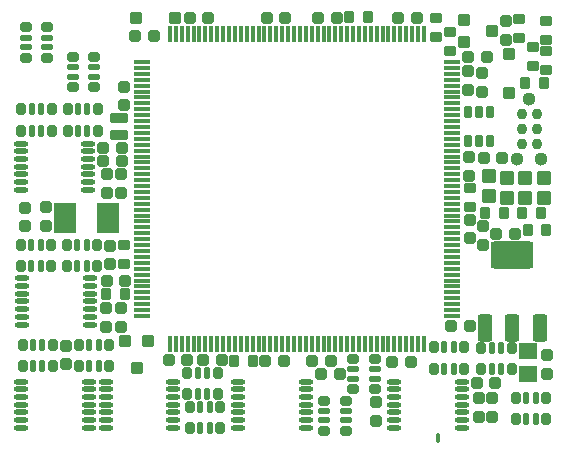
<source format=gts>
G04*
G04 #@! TF.GenerationSoftware,Altium Limited,Altium Designer,20.0.10 (225)*
G04*
G04 Layer_Color=7674933*
%FSLAX25Y25*%
%MOIN*%
G70*
G01*
G75*
G04:AMPARAMS|DCode=42|XSize=48.82mil|YSize=90.16mil|CornerRadius=7.09mil|HoleSize=0mil|Usage=FLASHONLY|Rotation=0.000|XOffset=0mil|YOffset=0mil|HoleType=Round|Shape=RoundedRectangle|*
%AMROUNDEDRECTD42*
21,1,0.04882,0.07598,0,0,0.0*
21,1,0.03465,0.09016,0,0,0.0*
1,1,0.01417,0.01732,-0.03799*
1,1,0.01417,-0.01732,-0.03799*
1,1,0.01417,-0.01732,0.03799*
1,1,0.01417,0.01732,0.03799*
%
%ADD42ROUNDEDRECTD42*%
G04:AMPARAMS|DCode=43|XSize=48.82mil|YSize=90.16mil|CornerRadius=7.09mil|HoleSize=0mil|Usage=FLASHONLY|Rotation=0.000|XOffset=0mil|YOffset=0mil|HoleType=Round|Shape=RoundedRectangle|*
%AMROUNDEDRECTD43*
21,1,0.04882,0.07599,0,0,0.0*
21,1,0.03465,0.09016,0,0,0.0*
1,1,0.01417,0.01732,-0.03799*
1,1,0.01417,-0.01732,-0.03799*
1,1,0.01417,-0.01732,0.03799*
1,1,0.01417,0.01732,0.03799*
%
%ADD43ROUNDEDRECTD43*%
G04:AMPARAMS|DCode=44|XSize=143.31mil|YSize=90.16mil|CornerRadius=11.22mil|HoleSize=0mil|Usage=FLASHONLY|Rotation=0.000|XOffset=0mil|YOffset=0mil|HoleType=Round|Shape=RoundedRectangle|*
%AMROUNDEDRECTD44*
21,1,0.14331,0.06772,0,0,0.0*
21,1,0.12087,0.09016,0,0,0.0*
1,1,0.02244,0.06043,-0.03386*
1,1,0.02244,-0.06043,-0.03386*
1,1,0.02244,-0.06043,0.03386*
1,1,0.02244,0.06043,0.03386*
%
%ADD44ROUNDEDRECTD44*%
G04:AMPARAMS|DCode=45|XSize=15.35mil|YSize=33.07mil|CornerRadius=7.68mil|HoleSize=0mil|Usage=FLASHONLY|Rotation=180.000|XOffset=0mil|YOffset=0mil|HoleType=Round|Shape=RoundedRectangle|*
%AMROUNDEDRECTD45*
21,1,0.01535,0.01772,0,0,180.0*
21,1,0.00000,0.03307,0,0,180.0*
1,1,0.01535,0.00000,0.00886*
1,1,0.01535,0.00000,0.00886*
1,1,0.01535,0.00000,-0.00886*
1,1,0.01535,0.00000,-0.00886*
%
%ADD45ROUNDEDRECTD45*%
G04:AMPARAMS|DCode=46|XSize=31.1mil|YSize=37.01mil|CornerRadius=5.32mil|HoleSize=0mil|Usage=FLASHONLY|Rotation=90.000|XOffset=0mil|YOffset=0mil|HoleType=Round|Shape=RoundedRectangle|*
%AMROUNDEDRECTD46*
21,1,0.03110,0.02638,0,0,90.0*
21,1,0.02047,0.03701,0,0,90.0*
1,1,0.01063,0.01319,0.01024*
1,1,0.01063,0.01319,-0.01024*
1,1,0.01063,-0.01319,-0.01024*
1,1,0.01063,-0.01319,0.01024*
%
%ADD46ROUNDEDRECTD46*%
G04:AMPARAMS|DCode=47|XSize=23.23mil|YSize=37.01mil|CornerRadius=4.53mil|HoleSize=0mil|Usage=FLASHONLY|Rotation=90.000|XOffset=0mil|YOffset=0mil|HoleType=Round|Shape=RoundedRectangle|*
%AMROUNDEDRECTD47*
21,1,0.02323,0.02795,0,0,90.0*
21,1,0.01417,0.03701,0,0,90.0*
1,1,0.00906,0.01398,0.00709*
1,1,0.00906,0.01398,-0.00709*
1,1,0.00906,-0.01398,-0.00709*
1,1,0.00906,-0.01398,0.00709*
%
%ADD47ROUNDEDRECTD47*%
%ADD48O,0.04882X0.01732*%
%ADD49O,0.05669X0.01417*%
%ADD50O,0.01417X0.05669*%
G04:AMPARAMS|DCode=51|XSize=38.98mil|YSize=38.98mil|CornerRadius=6.1mil|HoleSize=0mil|Usage=FLASHONLY|Rotation=180.000|XOffset=0mil|YOffset=0mil|HoleType=Round|Shape=RoundedRectangle|*
%AMROUNDEDRECTD51*
21,1,0.03898,0.02677,0,0,180.0*
21,1,0.02677,0.03898,0,0,180.0*
1,1,0.01221,-0.01339,0.01339*
1,1,0.01221,0.01339,0.01339*
1,1,0.01221,0.01339,-0.01339*
1,1,0.01221,-0.01339,-0.01339*
%
%ADD51ROUNDEDRECTD51*%
G04:AMPARAMS|DCode=52|XSize=38.98mil|YSize=38.98mil|CornerRadius=6.1mil|HoleSize=0mil|Usage=FLASHONLY|Rotation=270.000|XOffset=0mil|YOffset=0mil|HoleType=Round|Shape=RoundedRectangle|*
%AMROUNDEDRECTD52*
21,1,0.03898,0.02677,0,0,270.0*
21,1,0.02677,0.03898,0,0,270.0*
1,1,0.01221,-0.01339,-0.01339*
1,1,0.01221,-0.01339,0.01339*
1,1,0.01221,0.01339,0.01339*
1,1,0.01221,0.01339,-0.01339*
%
%ADD52ROUNDEDRECTD52*%
G04:AMPARAMS|DCode=53|XSize=44.88mil|YSize=48.82mil|CornerRadius=6.69mil|HoleSize=0mil|Usage=FLASHONLY|Rotation=270.000|XOffset=0mil|YOffset=0mil|HoleType=Round|Shape=RoundedRectangle|*
%AMROUNDEDRECTD53*
21,1,0.04488,0.03543,0,0,270.0*
21,1,0.03150,0.04882,0,0,270.0*
1,1,0.01339,-0.01772,-0.01575*
1,1,0.01339,-0.01772,0.01575*
1,1,0.01339,0.01772,0.01575*
1,1,0.01339,0.01772,-0.01575*
%
%ADD53ROUNDEDRECTD53*%
%ADD54R,0.06457X0.05669*%
G04:AMPARAMS|DCode=55|XSize=33.07mil|YSize=41.73mil|CornerRadius=5.51mil|HoleSize=0mil|Usage=FLASHONLY|Rotation=180.000|XOffset=0mil|YOffset=0mil|HoleType=Round|Shape=RoundedRectangle|*
%AMROUNDEDRECTD55*
21,1,0.03307,0.03071,0,0,180.0*
21,1,0.02205,0.04173,0,0,180.0*
1,1,0.01102,-0.01102,0.01535*
1,1,0.01102,0.01102,0.01535*
1,1,0.01102,0.01102,-0.01535*
1,1,0.01102,-0.01102,-0.01535*
%
%ADD55ROUNDEDRECTD55*%
G04:AMPARAMS|DCode=56|XSize=33.07mil|YSize=41.73mil|CornerRadius=5.51mil|HoleSize=0mil|Usage=FLASHONLY|Rotation=90.000|XOffset=0mil|YOffset=0mil|HoleType=Round|Shape=RoundedRectangle|*
%AMROUNDEDRECTD56*
21,1,0.03307,0.03071,0,0,90.0*
21,1,0.02205,0.04173,0,0,90.0*
1,1,0.01102,0.01535,0.01102*
1,1,0.01102,0.01535,-0.01102*
1,1,0.01102,-0.01535,-0.01102*
1,1,0.01102,-0.01535,0.01102*
%
%ADD56ROUNDEDRECTD56*%
G04:AMPARAMS|DCode=57|XSize=40.95mil|YSize=42.91mil|CornerRadius=6.3mil|HoleSize=0mil|Usage=FLASHONLY|Rotation=270.000|XOffset=0mil|YOffset=0mil|HoleType=Round|Shape=RoundedRectangle|*
%AMROUNDEDRECTD57*
21,1,0.04095,0.03032,0,0,270.0*
21,1,0.02835,0.04291,0,0,270.0*
1,1,0.01260,-0.01516,-0.01417*
1,1,0.01260,-0.01516,0.01417*
1,1,0.01260,0.01516,0.01417*
1,1,0.01260,0.01516,-0.01417*
%
%ADD57ROUNDEDRECTD57*%
G04:AMPARAMS|DCode=58|XSize=40.95mil|YSize=42.91mil|CornerRadius=6.3mil|HoleSize=0mil|Usage=FLASHONLY|Rotation=270.000|XOffset=0mil|YOffset=0mil|HoleType=Round|Shape=RoundedRectangle|*
%AMROUNDEDRECTD58*
21,1,0.04095,0.03032,0,0,270.0*
21,1,0.02835,0.04291,0,0,270.0*
1,1,0.01260,-0.01516,-0.01417*
1,1,0.01260,-0.01516,0.01417*
1,1,0.01260,0.01516,0.01417*
1,1,0.01260,0.01516,-0.01417*
%
%ADD58ROUNDEDRECTD58*%
%ADD59R,0.07244X0.10000*%
G04:AMPARAMS|DCode=60|XSize=29.13mil|YSize=40.95mil|CornerRadius=5.12mil|HoleSize=0mil|Usage=FLASHONLY|Rotation=180.000|XOffset=0mil|YOffset=0mil|HoleType=Round|Shape=RoundedRectangle|*
%AMROUNDEDRECTD60*
21,1,0.02913,0.03071,0,0,180.0*
21,1,0.01890,0.04095,0,0,180.0*
1,1,0.01024,-0.00945,0.01535*
1,1,0.01024,0.00945,0.01535*
1,1,0.01024,0.00945,-0.01535*
1,1,0.01024,-0.00945,-0.01535*
%
%ADD60ROUNDEDRECTD60*%
G04:AMPARAMS|DCode=61|XSize=31.1mil|YSize=37.01mil|CornerRadius=5.32mil|HoleSize=0mil|Usage=FLASHONLY|Rotation=0.000|XOffset=0mil|YOffset=0mil|HoleType=Round|Shape=RoundedRectangle|*
%AMROUNDEDRECTD61*
21,1,0.03110,0.02638,0,0,0.0*
21,1,0.02047,0.03701,0,0,0.0*
1,1,0.01063,0.01024,-0.01319*
1,1,0.01063,-0.01024,-0.01319*
1,1,0.01063,-0.01024,0.01319*
1,1,0.01063,0.01024,0.01319*
%
%ADD61ROUNDEDRECTD61*%
G04:AMPARAMS|DCode=62|XSize=23.23mil|YSize=37.01mil|CornerRadius=4.53mil|HoleSize=0mil|Usage=FLASHONLY|Rotation=0.000|XOffset=0mil|YOffset=0mil|HoleType=Round|Shape=RoundedRectangle|*
%AMROUNDEDRECTD62*
21,1,0.02323,0.02795,0,0,0.0*
21,1,0.01417,0.03701,0,0,0.0*
1,1,0.00906,0.00709,-0.01398*
1,1,0.00906,-0.00709,-0.01398*
1,1,0.00906,-0.00709,0.01398*
1,1,0.00906,0.00709,0.01398*
%
%ADD62ROUNDEDRECTD62*%
G04:AMPARAMS|DCode=63|XSize=41.34mil|YSize=38.98mil|CornerRadius=6.1mil|HoleSize=0mil|Usage=FLASHONLY|Rotation=270.000|XOffset=0mil|YOffset=0mil|HoleType=Round|Shape=RoundedRectangle|*
%AMROUNDEDRECTD63*
21,1,0.04134,0.02677,0,0,270.0*
21,1,0.02913,0.03898,0,0,270.0*
1,1,0.01221,-0.01339,-0.01457*
1,1,0.01221,-0.01339,0.01457*
1,1,0.01221,0.01339,0.01457*
1,1,0.01221,0.01339,-0.01457*
%
%ADD63ROUNDEDRECTD63*%
G04:AMPARAMS|DCode=64|XSize=40.95mil|YSize=42.91mil|CornerRadius=6.3mil|HoleSize=0mil|Usage=FLASHONLY|Rotation=180.000|XOffset=0mil|YOffset=0mil|HoleType=Round|Shape=RoundedRectangle|*
%AMROUNDEDRECTD64*
21,1,0.04095,0.03032,0,0,180.0*
21,1,0.02835,0.04291,0,0,180.0*
1,1,0.01260,-0.01417,0.01516*
1,1,0.01260,0.01417,0.01516*
1,1,0.01260,0.01417,-0.01516*
1,1,0.01260,-0.01417,-0.01516*
%
%ADD64ROUNDEDRECTD64*%
G04:AMPARAMS|DCode=65|XSize=40.95mil|YSize=42.91mil|CornerRadius=6.3mil|HoleSize=0mil|Usage=FLASHONLY|Rotation=180.000|XOffset=0mil|YOffset=0mil|HoleType=Round|Shape=RoundedRectangle|*
%AMROUNDEDRECTD65*
21,1,0.04095,0.03032,0,0,180.0*
21,1,0.02835,0.04291,0,0,180.0*
1,1,0.01260,-0.01417,0.01516*
1,1,0.01260,0.01417,0.01516*
1,1,0.01260,0.01417,-0.01516*
1,1,0.01260,-0.01417,-0.01516*
%
%ADD65ROUNDEDRECTD65*%
%ADD66C,0.03651*%
G04:AMPARAMS|DCode=67|XSize=33.07mil|YSize=60.63mil|CornerRadius=5.51mil|HoleSize=0mil|Usage=FLASHONLY|Rotation=270.000|XOffset=0mil|YOffset=0mil|HoleType=Round|Shape=RoundedRectangle|*
%AMROUNDEDRECTD67*
21,1,0.03307,0.04961,0,0,270.0*
21,1,0.02205,0.06063,0,0,270.0*
1,1,0.01102,-0.02480,-0.01102*
1,1,0.01102,-0.02480,0.01102*
1,1,0.01102,0.02480,0.01102*
1,1,0.01102,0.02480,-0.01102*
%
%ADD67ROUNDEDRECTD67*%
G04:AMPARAMS|DCode=68|XSize=41.34mil|YSize=38.98mil|CornerRadius=6.1mil|HoleSize=0mil|Usage=FLASHONLY|Rotation=180.000|XOffset=0mil|YOffset=0mil|HoleType=Round|Shape=RoundedRectangle|*
%AMROUNDEDRECTD68*
21,1,0.04134,0.02677,0,0,180.0*
21,1,0.02913,0.03898,0,0,180.0*
1,1,0.01221,-0.01457,0.01339*
1,1,0.01221,0.01457,0.01339*
1,1,0.01221,0.01457,-0.01339*
1,1,0.01221,-0.01457,-0.01339*
%
%ADD68ROUNDEDRECTD68*%
%ADD69C,0.04451*%
D42*
X158858Y38583D02*
D03*
X176969D02*
D03*
D43*
X167913D02*
D03*
D44*
X167913Y62992D02*
D03*
D45*
X142933Y1772D02*
D03*
D46*
X12894Y138681D02*
D03*
X5807D02*
D03*
Y128642D02*
D03*
X12894D02*
D03*
X28504Y128917D02*
D03*
X21417D02*
D03*
Y118877D02*
D03*
X28504D02*
D03*
X105217Y14272D02*
D03*
X112303D02*
D03*
Y4232D02*
D03*
X105217D02*
D03*
X114862Y28150D02*
D03*
X121949D02*
D03*
Y18110D02*
D03*
X114862D02*
D03*
D47*
X5807Y132087D02*
D03*
Y135236D02*
D03*
X12894D02*
D03*
Y132087D02*
D03*
X21417Y122322D02*
D03*
Y125472D02*
D03*
X28504D02*
D03*
Y122322D02*
D03*
X105217Y10827D02*
D03*
Y7677D02*
D03*
X112303D02*
D03*
Y10827D02*
D03*
X114862Y24705D02*
D03*
Y21555D02*
D03*
X121949D02*
D03*
Y24705D02*
D03*
D48*
X128543Y20669D02*
D03*
Y18110D02*
D03*
Y15551D02*
D03*
Y12992D02*
D03*
Y10433D02*
D03*
Y7874D02*
D03*
Y5315D02*
D03*
X150984Y20669D02*
D03*
Y18110D02*
D03*
Y15551D02*
D03*
Y12992D02*
D03*
Y10433D02*
D03*
Y7874D02*
D03*
Y5315D02*
D03*
X4527Y55020D02*
D03*
Y52461D02*
D03*
Y49902D02*
D03*
Y47343D02*
D03*
Y44783D02*
D03*
Y42224D02*
D03*
Y39665D02*
D03*
X26969Y55020D02*
D03*
Y52461D02*
D03*
Y49902D02*
D03*
Y47343D02*
D03*
Y44783D02*
D03*
Y42224D02*
D03*
Y39665D02*
D03*
X4035Y100000D02*
D03*
Y97441D02*
D03*
Y94882D02*
D03*
Y92323D02*
D03*
Y89764D02*
D03*
Y87205D02*
D03*
Y84646D02*
D03*
X26476Y100000D02*
D03*
Y97441D02*
D03*
Y94882D02*
D03*
Y92323D02*
D03*
Y89764D02*
D03*
Y87205D02*
D03*
Y84646D02*
D03*
X54724Y5315D02*
D03*
Y7874D02*
D03*
Y10433D02*
D03*
Y12992D02*
D03*
Y15551D02*
D03*
Y18110D02*
D03*
Y20669D02*
D03*
X32284Y5315D02*
D03*
Y7874D02*
D03*
Y10433D02*
D03*
Y12992D02*
D03*
Y15551D02*
D03*
Y18110D02*
D03*
Y20669D02*
D03*
X99016Y5315D02*
D03*
Y7874D02*
D03*
Y10433D02*
D03*
Y12992D02*
D03*
Y15551D02*
D03*
Y18110D02*
D03*
Y20669D02*
D03*
X76575Y5315D02*
D03*
Y7874D02*
D03*
Y10433D02*
D03*
Y12992D02*
D03*
Y15551D02*
D03*
Y18110D02*
D03*
Y20669D02*
D03*
X4232D02*
D03*
Y18110D02*
D03*
Y15551D02*
D03*
Y12992D02*
D03*
Y10433D02*
D03*
Y7874D02*
D03*
Y5315D02*
D03*
X26673Y20669D02*
D03*
Y18110D02*
D03*
Y15551D02*
D03*
Y12992D02*
D03*
Y10433D02*
D03*
Y7874D02*
D03*
Y5315D02*
D03*
D49*
X44291Y127165D02*
D03*
Y125197D02*
D03*
Y123228D02*
D03*
Y121260D02*
D03*
Y119291D02*
D03*
Y117323D02*
D03*
Y115354D02*
D03*
Y113386D02*
D03*
Y111417D02*
D03*
Y109449D02*
D03*
Y107480D02*
D03*
Y105512D02*
D03*
Y103543D02*
D03*
Y101575D02*
D03*
Y99606D02*
D03*
Y97638D02*
D03*
Y95669D02*
D03*
Y93701D02*
D03*
Y91732D02*
D03*
Y89764D02*
D03*
Y87795D02*
D03*
Y85827D02*
D03*
Y83858D02*
D03*
Y81890D02*
D03*
Y79921D02*
D03*
Y77953D02*
D03*
Y75984D02*
D03*
Y74016D02*
D03*
Y72047D02*
D03*
Y70079D02*
D03*
Y68110D02*
D03*
Y66142D02*
D03*
Y64173D02*
D03*
Y62205D02*
D03*
Y60236D02*
D03*
Y58268D02*
D03*
Y56299D02*
D03*
Y54331D02*
D03*
Y52362D02*
D03*
Y50394D02*
D03*
Y48425D02*
D03*
Y46457D02*
D03*
Y44488D02*
D03*
Y42520D02*
D03*
X147835D02*
D03*
Y44488D02*
D03*
Y46457D02*
D03*
Y48425D02*
D03*
Y50394D02*
D03*
Y52362D02*
D03*
Y54331D02*
D03*
Y56299D02*
D03*
Y58268D02*
D03*
Y60236D02*
D03*
Y62205D02*
D03*
Y64173D02*
D03*
Y66142D02*
D03*
Y68110D02*
D03*
Y70079D02*
D03*
Y72047D02*
D03*
Y74016D02*
D03*
Y75984D02*
D03*
Y77953D02*
D03*
Y79921D02*
D03*
Y81890D02*
D03*
Y83858D02*
D03*
Y85827D02*
D03*
Y87795D02*
D03*
Y89764D02*
D03*
Y91732D02*
D03*
Y93701D02*
D03*
Y95669D02*
D03*
Y97638D02*
D03*
Y99606D02*
D03*
Y101575D02*
D03*
Y103543D02*
D03*
Y105512D02*
D03*
Y107480D02*
D03*
Y109449D02*
D03*
Y111417D02*
D03*
Y113386D02*
D03*
Y115354D02*
D03*
Y117323D02*
D03*
Y119291D02*
D03*
Y121260D02*
D03*
Y123228D02*
D03*
Y125197D02*
D03*
Y127165D02*
D03*
D50*
X53740Y33071D02*
D03*
X55709D02*
D03*
X57677D02*
D03*
X59646D02*
D03*
X61614D02*
D03*
X63583D02*
D03*
X65551D02*
D03*
X67520D02*
D03*
X69488D02*
D03*
X71457D02*
D03*
X73425D02*
D03*
X75394D02*
D03*
X77362D02*
D03*
X79331D02*
D03*
X81299D02*
D03*
X83268D02*
D03*
X85236D02*
D03*
X87205D02*
D03*
X89173D02*
D03*
X91142D02*
D03*
X93110D02*
D03*
X95079D02*
D03*
X97047D02*
D03*
X99016D02*
D03*
X100984D02*
D03*
X102953D02*
D03*
X104921D02*
D03*
X106890D02*
D03*
X108858D02*
D03*
X110827D02*
D03*
X112795D02*
D03*
X114764D02*
D03*
X116732D02*
D03*
X118701D02*
D03*
X120669D02*
D03*
X122638D02*
D03*
X124606D02*
D03*
X126575D02*
D03*
X128543D02*
D03*
X130512D02*
D03*
X132480D02*
D03*
X134449D02*
D03*
X136417D02*
D03*
X138386D02*
D03*
Y136614D02*
D03*
X136417D02*
D03*
X134449D02*
D03*
X132480D02*
D03*
X130512D02*
D03*
X128543D02*
D03*
X126575D02*
D03*
X124606D02*
D03*
X122638D02*
D03*
X120669D02*
D03*
X118701D02*
D03*
X116732D02*
D03*
X114764D02*
D03*
X112795D02*
D03*
X110827D02*
D03*
X108858D02*
D03*
X106890D02*
D03*
X104921D02*
D03*
X102953D02*
D03*
X100984D02*
D03*
X99016D02*
D03*
X97047D02*
D03*
X95079D02*
D03*
X93110D02*
D03*
X91142D02*
D03*
X89173D02*
D03*
X87205D02*
D03*
X85236D02*
D03*
X83268D02*
D03*
X81299D02*
D03*
X79331D02*
D03*
X77362D02*
D03*
X75394D02*
D03*
X73425D02*
D03*
X71457D02*
D03*
X69488D02*
D03*
X67520D02*
D03*
X65551D02*
D03*
X63583D02*
D03*
X61614D02*
D03*
X59646D02*
D03*
X57677D02*
D03*
X55709D02*
D03*
X53740D02*
D03*
D51*
X155945Y20079D02*
D03*
X162165D02*
D03*
X153189Y128740D02*
D03*
X159409D02*
D03*
X162539Y69882D02*
D03*
X168760D02*
D03*
X64803Y27756D02*
D03*
X71024D02*
D03*
X135945Y141811D02*
D03*
X129724D02*
D03*
X127894Y27165D02*
D03*
X134114D02*
D03*
X42067Y135827D02*
D03*
X48287D02*
D03*
X158307Y95177D02*
D03*
X164527D02*
D03*
X53287Y27756D02*
D03*
X59508D02*
D03*
X104173Y23031D02*
D03*
X110394D02*
D03*
X37756Y94193D02*
D03*
X31536D02*
D03*
X66496Y141929D02*
D03*
X60276D02*
D03*
X85965Y141831D02*
D03*
X92185D02*
D03*
X103091Y141831D02*
D03*
X109311D02*
D03*
X153602Y39272D02*
D03*
X147382D02*
D03*
X91791Y27362D02*
D03*
X85571D02*
D03*
X107441Y27461D02*
D03*
X101221D02*
D03*
X37657Y98523D02*
D03*
X31437D02*
D03*
X32618Y54232D02*
D03*
X38839D02*
D03*
D52*
X165650Y140709D02*
D03*
Y134488D02*
D03*
X179429Y23268D02*
D03*
Y29488D02*
D03*
X153248Y117953D02*
D03*
Y124173D02*
D03*
X37303Y83602D02*
D03*
Y89823D02*
D03*
X157776Y117165D02*
D03*
Y123386D02*
D03*
X122343Y7520D02*
D03*
Y13740D02*
D03*
X156791Y8996D02*
D03*
Y15217D02*
D03*
X161221Y15216D02*
D03*
Y8996D02*
D03*
X12500Y78701D02*
D03*
Y72480D02*
D03*
X32776Y83602D02*
D03*
Y89823D02*
D03*
X37402Y38917D02*
D03*
Y45138D02*
D03*
X32579Y38819D02*
D03*
Y45039D02*
D03*
X18996Y26417D02*
D03*
Y32638D02*
D03*
X5413Y72382D02*
D03*
Y78602D02*
D03*
X153543Y89311D02*
D03*
Y95531D02*
D03*
X153642Y74567D02*
D03*
Y68347D02*
D03*
X33760Y59685D02*
D03*
Y65905D02*
D03*
X158169Y72402D02*
D03*
Y66181D02*
D03*
X38484Y118957D02*
D03*
Y112736D02*
D03*
D53*
X178445Y88386D02*
D03*
Y81693D02*
D03*
X165945Y81791D02*
D03*
Y88484D02*
D03*
X172146Y88386D02*
D03*
Y81693D02*
D03*
X160020Y82382D02*
D03*
Y89075D02*
D03*
D54*
X173228Y23327D02*
D03*
Y30807D02*
D03*
D55*
X75197Y27559D02*
D03*
X81496D02*
D03*
X158858Y76968D02*
D03*
X165157D02*
D03*
X119784Y142028D02*
D03*
X113484D02*
D03*
X177362Y76772D02*
D03*
X171063D02*
D03*
X179232Y71260D02*
D03*
X172933D02*
D03*
X32579Y49705D02*
D03*
X38878D02*
D03*
X172244Y120177D02*
D03*
X178543D02*
D03*
D56*
X147244Y130807D02*
D03*
Y137106D02*
D03*
X142520Y135630D02*
D03*
Y141929D02*
D03*
X153642Y85138D02*
D03*
Y78839D02*
D03*
X170177Y141535D02*
D03*
Y135236D02*
D03*
X179232Y130709D02*
D03*
Y124409D02*
D03*
X179232Y140846D02*
D03*
Y134547D02*
D03*
X174606Y132283D02*
D03*
Y125984D02*
D03*
X38583Y59744D02*
D03*
Y66043D02*
D03*
D57*
X161102Y137599D02*
D03*
X151850Y141339D02*
D03*
D58*
Y133858D02*
D03*
D59*
X18602Y75099D02*
D03*
X33169D02*
D03*
D60*
X160531Y100984D02*
D03*
X156791D02*
D03*
X153051D02*
D03*
Y110433D02*
D03*
X156791D02*
D03*
X160531D02*
D03*
D61*
X179035Y8169D02*
D03*
Y15256D02*
D03*
X168996D02*
D03*
Y8169D02*
D03*
X157579Y24705D02*
D03*
Y31791D02*
D03*
X167618D02*
D03*
Y24705D02*
D03*
X29429Y59153D02*
D03*
Y66240D02*
D03*
X19390D02*
D03*
Y59153D02*
D03*
X4134Y59154D02*
D03*
Y66240D02*
D03*
X14173D02*
D03*
Y59154D02*
D03*
X33366Y25787D02*
D03*
Y32874D02*
D03*
X23327D02*
D03*
Y25787D02*
D03*
X4626D02*
D03*
Y32874D02*
D03*
X14665D02*
D03*
Y25787D02*
D03*
X29626Y104331D02*
D03*
Y111417D02*
D03*
X19587D02*
D03*
Y104331D02*
D03*
X141732Y25000D02*
D03*
Y32087D02*
D03*
X151772D02*
D03*
Y25000D02*
D03*
X14272Y104331D02*
D03*
Y111417D02*
D03*
X4232D02*
D03*
Y104331D02*
D03*
X69587Y23524D02*
D03*
Y16437D02*
D03*
X59547D02*
D03*
Y23524D02*
D03*
X60335Y5217D02*
D03*
Y12303D02*
D03*
X70374D02*
D03*
Y5217D02*
D03*
D62*
X172441Y15256D02*
D03*
X175591D02*
D03*
Y8169D02*
D03*
X172441D02*
D03*
X161024Y24705D02*
D03*
X164173D02*
D03*
Y31791D02*
D03*
X161024D02*
D03*
X22835Y66240D02*
D03*
X25984D02*
D03*
Y59153D02*
D03*
X22835D02*
D03*
X7579Y59154D02*
D03*
X10728D02*
D03*
Y66240D02*
D03*
X7579D02*
D03*
X26772Y32874D02*
D03*
X29921D02*
D03*
Y25787D02*
D03*
X26772D02*
D03*
X8071D02*
D03*
X11221D02*
D03*
Y32874D02*
D03*
X8071D02*
D03*
X23032Y111417D02*
D03*
X26181D02*
D03*
Y104331D02*
D03*
X23032D02*
D03*
X145177Y25000D02*
D03*
X148327D02*
D03*
Y32087D02*
D03*
X145177D02*
D03*
X7677Y111417D02*
D03*
X10827D02*
D03*
Y104331D02*
D03*
X7677D02*
D03*
X66142Y23524D02*
D03*
X62992D02*
D03*
Y16437D02*
D03*
X66142D02*
D03*
X63780Y5217D02*
D03*
X66929D02*
D03*
Y12303D02*
D03*
X63780D02*
D03*
D63*
X166732Y116929D02*
D03*
Y129921D02*
D03*
D64*
X46358Y34331D02*
D03*
X42618Y25079D02*
D03*
D65*
X38878Y34331D02*
D03*
D66*
X175925Y99921D02*
D03*
X170925D02*
D03*
X175925Y104921D02*
D03*
X170925D02*
D03*
X175925Y109921D02*
D03*
X170925D02*
D03*
D67*
X36614Y108661D02*
D03*
Y102756D02*
D03*
D68*
X55315Y141831D02*
D03*
X42323D02*
D03*
D69*
X169425Y94921D02*
D03*
X177425D02*
D03*
X173425Y114921D02*
D03*
M02*

</source>
